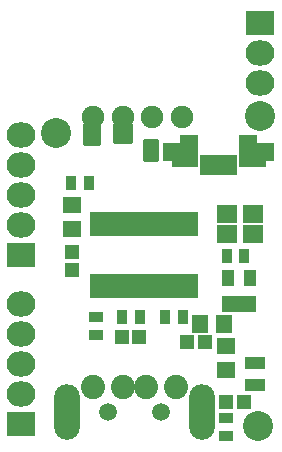
<source format=gts>
%TF.GenerationSoftware,KiCad,Pcbnew,(5.1.2-1)-1*%
%TF.CreationDate,2019-05-29T15:28:05+01:00*%
%TF.ProjectId,a5v11-mod-01,61357631-312d-46d6-9f64-2d30312e6b69,rev?*%
%TF.SameCoordinates,PX3740df8PY3c191b8*%
%TF.FileFunction,Soldermask,Top*%
%TF.FilePolarity,Negative*%
%FSLAX46Y46*%
G04 Gerber Fmt 4.6, Leading zero omitted, Abs format (unit mm)*
G04 Created by KiCad (PCBNEW (5.1.2-1)-1) date 2019-05-29 15:28:05*
%MOMM*%
%LPD*%
G04 APERTURE LIST*
%ADD10R,0.750000X2.100000*%
%ADD11C,2.540000*%
%ADD12R,1.150000X1.200000*%
%ADD13R,2.432000X2.127200*%
%ADD14O,2.432000X2.127200*%
%ADD15R,0.900000X1.300000*%
%ADD16R,1.300000X0.900000*%
%ADD17R,1.050000X1.460000*%
%ADD18R,0.700000X1.800000*%
%ADD19R,1.650000X2.700000*%
%ADD20R,1.100000X2.000000*%
%ADD21R,1.100000X1.500000*%
%ADD22C,2.050000*%
%ADD23C,1.500000*%
%ADD24O,2.200000X4.700000*%
%ADD25R,1.650000X1.400000*%
%ADD26R,1.400000X1.650000*%
%ADD27R,1.200000X1.150000*%
%ADD28R,1.700000X1.100000*%
%ADD29R,1.800000X1.600000*%
%ADD30C,1.900000*%
%ADD31C,0.254000*%
G04 APERTURE END LIST*
D10*
X5062600Y16177400D03*
X4412600Y16177400D03*
X3762600Y16177400D03*
X3112600Y16177400D03*
X2462600Y16177400D03*
X1812600Y16177400D03*
X1162600Y16177400D03*
X512600Y16177400D03*
X-137400Y16177400D03*
X-787400Y16177400D03*
X-1437400Y16177400D03*
X-2087400Y16177400D03*
X-2737400Y16177400D03*
X-3387400Y16177400D03*
X-3387400Y10877400D03*
X-2737400Y10877400D03*
X-2087400Y10877400D03*
X-1437400Y10877400D03*
X-787400Y10877400D03*
X-137400Y10877400D03*
X512600Y10877400D03*
X1162600Y10877400D03*
X1812600Y10877400D03*
X2462600Y10877400D03*
X3112600Y10877400D03*
X3762600Y10877400D03*
X4412600Y10877400D03*
X5062600Y10877400D03*
D11*
X10652600Y25327400D03*
D12*
X-5244402Y12294732D03*
X-5244402Y13794732D03*
D11*
X-6637400Y23867400D03*
D13*
X10612600Y33197400D03*
D14*
X10612600Y30657400D03*
X10612600Y28117400D03*
D15*
X7802600Y13477400D03*
X9302600Y13477400D03*
X-5359402Y19648732D03*
X-3859402Y19648732D03*
D16*
X-3212402Y6770232D03*
X-3212402Y8270232D03*
D15*
X458598Y8282232D03*
X-1041402Y8282232D03*
X2578098Y8282232D03*
X4078098Y8282232D03*
D17*
X7902600Y9377400D03*
X8852600Y9377400D03*
X9802600Y9377400D03*
X9802600Y11577400D03*
X7902600Y11577400D03*
D18*
X8376600Y21127400D03*
X7876600Y21127400D03*
X7376600Y21127400D03*
X6876600Y21127400D03*
X6376600Y21127400D03*
X5876600Y21127400D03*
D19*
X4626600Y22377400D03*
D20*
X3651600Y22027400D03*
D21*
X2951600Y22277400D03*
D19*
X9626600Y22377400D03*
D20*
X10601600Y22027400D03*
D21*
X11301600Y22277400D03*
D13*
X-9597400Y13517400D03*
D14*
X-9597400Y16057400D03*
X-9597400Y18597400D03*
X-9597400Y21137400D03*
X-9597400Y23677400D03*
D13*
X-9597400Y-772600D03*
D14*
X-9597400Y1767400D03*
X-9597400Y4307400D03*
X-9597400Y6847400D03*
X-9597400Y9387400D03*
D22*
X1002600Y2377400D03*
X3502600Y2377400D03*
X-997400Y2377400D03*
X-3497400Y2377400D03*
D23*
X2252600Y277400D03*
X-2247400Y277400D03*
D24*
X-5697400Y277400D03*
X5702600Y277400D03*
D11*
X10502600Y-922600D03*
D25*
X7762600Y3817400D03*
X7762600Y5817400D03*
X-5244402Y15727732D03*
X-5244402Y17727732D03*
D26*
X5562600Y7667400D03*
X7562600Y7667400D03*
D27*
X5962600Y6167400D03*
X4462600Y6167400D03*
D28*
X10202600Y2517400D03*
X10202600Y4417400D03*
D27*
X412600Y6617400D03*
X-1087400Y6617400D03*
X9262600Y1067400D03*
X7762600Y1067400D03*
D16*
X7762600Y-282600D03*
X7762600Y-1782600D03*
D29*
X7848600Y15343400D03*
X10048600Y15343400D03*
X10048600Y17043400D03*
X7848600Y17043400D03*
D30*
X3992600Y25227400D03*
X1492600Y25227400D03*
X-1007400Y25227400D03*
X-3507400Y25227400D03*
D31*
G36*
X-314400Y23094400D02*
G01*
X-1710400Y23094400D01*
X-1710400Y24640400D01*
X-314400Y24640400D01*
X-314400Y23094400D01*
X-314400Y23094400D01*
G37*
X-314400Y23094400D02*
X-1710400Y23094400D01*
X-1710400Y24640400D01*
X-314400Y24640400D01*
X-314400Y23094400D01*
G36*
X1935600Y21594400D02*
G01*
X839600Y21594400D01*
X839600Y23290400D01*
X1935600Y23290400D01*
X1935600Y21594400D01*
X1935600Y21594400D01*
G37*
X1935600Y21594400D02*
X839600Y21594400D01*
X839600Y23290400D01*
X1935600Y23290400D01*
X1935600Y21594400D01*
G36*
X-3014400Y22944400D02*
G01*
X-4260400Y22944400D01*
X-4260400Y24640400D01*
X-3014400Y24640400D01*
X-3014400Y22944400D01*
X-3014400Y22944400D01*
G37*
X-3014400Y22944400D02*
X-4260400Y22944400D01*
X-4260400Y24640400D01*
X-3014400Y24640400D01*
X-3014400Y22944400D01*
M02*

</source>
